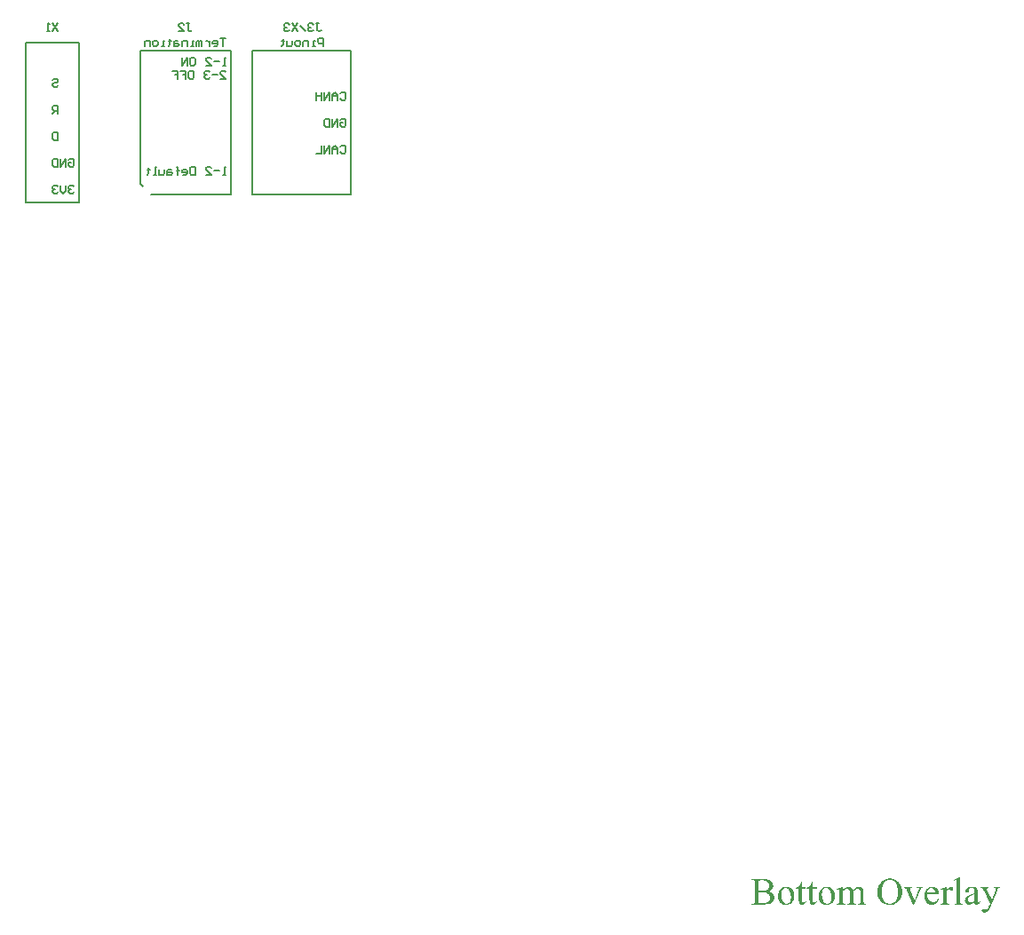
<source format=gbr>
%TF.GenerationSoftware,Altium Limited,Altium Designer,21.3.0 (21)*%
G04 Layer_Color=32896*
%FSLAX45Y45*%
%MOMM*%
%TF.SameCoordinates,798F48EE-B9F3-42F3-8741-5E889E50E555*%
%TF.FilePolarity,Positive*%
%TF.FileFunction,Legend,Bot*%
%TF.Part,Single*%
G01*
G75*
%TA.AperFunction,NonConductor*%
%ADD23C,0.20000*%
%ADD24C,0.20320*%
G36*
X31001965Y12526752D02*
X31005014Y12526413D01*
X31008401Y12525398D01*
X31012463Y12524382D01*
X31016187Y12522689D01*
X31020251Y12520319D01*
X31020587Y12519980D01*
X31021942Y12518965D01*
X31023636Y12517272D01*
X31026007Y12514902D01*
X31028714Y12511854D01*
X31031424Y12508130D01*
X31034131Y12503728D01*
X31036502Y12498311D01*
X31036841Y12497972D01*
X31037180Y12496280D01*
X31037857Y12493909D01*
X31038531Y12490185D01*
X31039209Y12485784D01*
X31039886Y12480028D01*
X31040564Y12473595D01*
Y12465807D01*
Y12395382D01*
Y12394705D01*
Y12393012D01*
Y12390303D01*
X31040903Y12386918D01*
X31041580Y12379807D01*
X31041919Y12376760D01*
X31042596Y12374051D01*
X31042935Y12373374D01*
X31044290Y12371681D01*
X31046320Y12369650D01*
X31049368Y12367280D01*
X31049707D01*
X31050385Y12366941D01*
X31051398Y12366603D01*
X31053091Y12365925D01*
X31055124Y12365587D01*
X31057831Y12364910D01*
X31061218Y12364571D01*
X31064944D01*
Y12358138D01*
X30984360D01*
Y12364571D01*
X30989438D01*
X30991470Y12364910D01*
X30993839Y12365248D01*
X30998920Y12366264D01*
X31001627Y12367280D01*
X31003998Y12368634D01*
X31004337D01*
X31004675Y12369311D01*
X31006369Y12370666D01*
X31008060Y12373713D01*
X31009076Y12375406D01*
X31009753Y12377776D01*
Y12378114D01*
X31010092Y12378453D01*
Y12379469D01*
X31010431Y12381162D01*
Y12383532D01*
X31010770Y12386579D01*
Y12390303D01*
Y12395382D01*
Y12465469D01*
Y12465807D01*
Y12466484D01*
Y12467500D01*
Y12468854D01*
X31010431Y12472240D01*
X31010092Y12476642D01*
X31009415Y12481043D01*
X31008737Y12485784D01*
X31007385Y12490185D01*
X31005692Y12493909D01*
X31005353Y12494248D01*
X31004337Y12495602D01*
X31002643Y12497634D01*
X31000275Y12499665D01*
X30997226Y12501697D01*
X30993164Y12503728D01*
X30988763Y12505083D01*
X30983344Y12505421D01*
X30981653D01*
X30979959Y12505083D01*
X30977249Y12504744D01*
X30974542Y12504067D01*
X30971155Y12503390D01*
X30967770Y12502035D01*
X30964044Y12500343D01*
X30963708Y12500004D01*
X30962354Y12499327D01*
X30960321Y12498311D01*
X30957611Y12496280D01*
X30954227Y12493909D01*
X30950500Y12490862D01*
X30945761Y12487138D01*
X30941022Y12482736D01*
X30940683Y12481043D01*
X30941360Y12473256D01*
Y12395382D01*
Y12395044D01*
Y12394705D01*
Y12392673D01*
Y12389626D01*
X30941699Y12386240D01*
Y12382516D01*
X30942038Y12379130D01*
X30942377Y12376083D01*
X30943054Y12374051D01*
X30943393Y12373374D01*
X30944745Y12371681D01*
X30946777Y12369650D01*
X30950162Y12367280D01*
X30950500D01*
X30951178Y12366941D01*
X30952533Y12366603D01*
X30954227Y12365925D01*
X30956595Y12365587D01*
X30959644Y12364910D01*
X30963367Y12364571D01*
X30967770D01*
Y12358138D01*
X30885156D01*
Y12364571D01*
X30887186D01*
X30889557Y12364910D01*
X30892267D01*
X30898361Y12365925D01*
X30901068Y12366603D01*
X30903439Y12367618D01*
X30903778D01*
X30904117Y12368296D01*
X30906149Y12369988D01*
X30908517Y12373036D01*
X30910550Y12377437D01*
Y12377776D01*
X30910889Y12378114D01*
Y12379130D01*
X30911227Y12380823D01*
Y12383193D01*
X30911566Y12386240D01*
Y12390303D01*
Y12395382D01*
Y12465469D01*
Y12465807D01*
Y12466484D01*
Y12467500D01*
Y12468854D01*
X30911227Y12472240D01*
X30910889Y12476642D01*
X30910211Y12481382D01*
X30908856Y12486122D01*
X30907501Y12490524D01*
X30905472Y12494248D01*
X30905133Y12494925D01*
X30904117Y12496280D01*
X30902423Y12497972D01*
X30899716Y12500343D01*
X30896667Y12502374D01*
X30892944Y12504406D01*
X30888541Y12505760D01*
X30883463Y12506098D01*
X30881769D01*
X30880078Y12505760D01*
X30877707Y12505421D01*
X30874661Y12504744D01*
X30871613Y12503728D01*
X30867889Y12502374D01*
X30864502Y12500681D01*
X30863824Y12500343D01*
X30862131Y12499327D01*
X30859424Y12497634D01*
X30856039Y12495602D01*
X30852313Y12492894D01*
X30848590Y12489846D01*
X30845203Y12486461D01*
X30841818Y12482736D01*
Y12395382D01*
Y12395044D01*
Y12394705D01*
Y12392673D01*
Y12389965D01*
X30842157Y12386579D01*
Y12383193D01*
X30842834Y12379469D01*
X30843170Y12376422D01*
X30843848Y12374051D01*
Y12373713D01*
X30844186Y12373374D01*
X30845541Y12371343D01*
X30847574Y12368973D01*
X30850281Y12366941D01*
X30850620D01*
X30851297Y12366603D01*
X30852313Y12366264D01*
X30854346Y12365925D01*
X30856714Y12365248D01*
X30859763Y12364910D01*
X30863486Y12364571D01*
X30868228D01*
Y12358138D01*
X30786966D01*
Y12364571D01*
X30790692D01*
X30793060Y12364910D01*
X30798141Y12365587D01*
X30800510Y12366264D01*
X30802542Y12366941D01*
X30802881D01*
X30803220Y12367280D01*
X30805249Y12368634D01*
X30807620Y12371004D01*
X30809653Y12374390D01*
Y12374729D01*
X30809991Y12375406D01*
X30810330Y12377099D01*
X30811005Y12379130D01*
X30811346Y12381839D01*
X30811682Y12385563D01*
X30812021Y12389965D01*
Y12395382D01*
Y12458020D01*
Y12458358D01*
Y12459036D01*
Y12460390D01*
Y12462421D01*
Y12464453D01*
Y12466823D01*
X30811682Y12472579D01*
Y12478335D01*
X30811346Y12484091D01*
X30811005Y12489169D01*
X30810669Y12491201D01*
X30810330Y12492894D01*
Y12493232D01*
X30809991Y12493909D01*
X30809314Y12495941D01*
X30807959Y12498650D01*
X30807281Y12499665D01*
X30806265Y12500681D01*
X30805927Y12501020D01*
X30804236Y12502035D01*
X30801865Y12502713D01*
X30798816Y12503051D01*
X30796786D01*
X30795432Y12502713D01*
X30791708Y12502035D01*
X30786627Y12500681D01*
X30784259Y12507114D01*
X30834030Y12527091D01*
X30841818D01*
Y12491878D01*
X30842157Y12492217D01*
X30842493Y12492555D01*
X30844525Y12494587D01*
X30847574Y12497634D01*
X30850958Y12501358D01*
X30854684Y12504744D01*
X30858069Y12508130D01*
X30860779Y12510839D01*
X30862131Y12511854D01*
X30862808Y12512531D01*
X30863147Y12512870D01*
X30864163Y12513547D01*
X30865857Y12514902D01*
X30867889Y12516256D01*
X30870258Y12517949D01*
X30873306Y12519980D01*
X30879739Y12523028D01*
X30880078Y12523366D01*
X30881430Y12523705D01*
X30883124Y12524382D01*
X30885495Y12525059D01*
X30888541Y12525736D01*
X30891589Y12526413D01*
X30894974Y12527091D01*
X30901068D01*
X30903778Y12526752D01*
X30907501Y12526075D01*
X30911566Y12524720D01*
X30915967Y12523366D01*
X30920367Y12520996D01*
X30924771Y12517949D01*
X30925107Y12517610D01*
X30926462Y12516256D01*
X30928494Y12514224D01*
X30930865Y12511177D01*
X30933234Y12507453D01*
X30935944Y12503051D01*
X30937973Y12497972D01*
X30939667Y12491878D01*
X30940005Y12492217D01*
X30940344Y12492894D01*
X30941360Y12493909D01*
X30942715Y12495264D01*
X30946100Y12498988D01*
X30950500Y12503728D01*
X30955582Y12508469D01*
X30960660Y12512870D01*
X30965738Y12517272D01*
X30968448Y12518965D01*
X30970816Y12520319D01*
X30971494Y12520657D01*
X30973187Y12521335D01*
X30975558Y12522350D01*
X30978943Y12523705D01*
X30983005Y12525059D01*
X30987408Y12526075D01*
X30992148Y12526752D01*
X30997226Y12527091D01*
X30999258D01*
X31001965Y12526752D01*
D02*
G37*
G36*
X31874832D02*
X31877200Y12526413D01*
X31879572Y12525736D01*
X31882617Y12524382D01*
X31885327Y12523028D01*
X31887698Y12520996D01*
X31888037Y12520657D01*
X31888712Y12519980D01*
X31889728Y12518626D01*
X31891083Y12516933D01*
X31892438Y12514902D01*
X31893454Y12512531D01*
X31894131Y12509823D01*
X31894470Y12507114D01*
Y12506776D01*
Y12506098D01*
X31894131Y12504744D01*
X31893790Y12503051D01*
X31892438Y12498988D01*
X31891422Y12497295D01*
X31889728Y12495264D01*
X31889389Y12494925D01*
X31889050Y12494587D01*
X31888037Y12493909D01*
X31886682Y12492894D01*
X31882956Y12491201D01*
X31880927Y12490862D01*
X31878555Y12490524D01*
X31877539D01*
X31876184Y12490862D01*
X31874493Y12491201D01*
X31872122Y12491878D01*
X31869751Y12493232D01*
X31867044Y12494587D01*
X31864334Y12496618D01*
X31863995Y12496957D01*
X31862979Y12497634D01*
X31861627Y12498650D01*
X31859933Y12500004D01*
X31856210Y12502035D01*
X31854517Y12502713D01*
X31852823Y12503051D01*
X31852145D01*
X31850793Y12502713D01*
X31848761Y12501358D01*
X31847406Y12500681D01*
X31846051Y12499327D01*
X31845712Y12498988D01*
X31844696Y12497972D01*
X31843005Y12495941D01*
X31840973Y12493571D01*
X31838602Y12490185D01*
X31835556Y12485784D01*
X31832507Y12480705D01*
X31829462Y12474949D01*
Y12396398D01*
Y12395721D01*
Y12394028D01*
X31829800Y12391658D01*
Y12388610D01*
X31830814Y12381839D01*
X31831830Y12378453D01*
X31832846Y12375744D01*
Y12375406D01*
X31833185Y12375067D01*
X31834879Y12373036D01*
X31837247Y12370327D01*
X31840973Y12367618D01*
X31841312D01*
X31841989Y12367280D01*
X31843344Y12366603D01*
X31845374Y12366264D01*
X31847745Y12365587D01*
X31850793Y12364910D01*
X31854178Y12364571D01*
X31858240D01*
Y12358138D01*
X31773932D01*
Y12364571D01*
X31775964D01*
X31777997Y12364910D01*
X31780704D01*
X31786801Y12366264D01*
X31789847Y12366941D01*
X31792218Y12368296D01*
X31792554D01*
X31792896Y12368973D01*
X31794925Y12370666D01*
X31796957Y12373713D01*
X31798651Y12377776D01*
Y12378114D01*
X31798987Y12378453D01*
Y12379469D01*
X31799326Y12381162D01*
Y12383532D01*
X31799667Y12386579D01*
Y12390303D01*
Y12395382D01*
Y12458697D01*
Y12459036D01*
Y12460051D01*
Y12461406D01*
Y12463099D01*
Y12465469D01*
Y12467839D01*
Y12473595D01*
X31799326Y12479350D01*
X31798987Y12485106D01*
Y12487476D01*
X31798651Y12489508D01*
Y12491201D01*
X31798312Y12492555D01*
Y12492894D01*
X31797974Y12493571D01*
X31797296Y12495602D01*
X31795941Y12498311D01*
X31793909Y12500681D01*
X31793234Y12501020D01*
X31791879Y12502035D01*
X31789508Y12502713D01*
X31786121Y12503051D01*
X31784091D01*
X31782397Y12502713D01*
X31778674Y12502035D01*
X31773596Y12500681D01*
X31771902Y12507114D01*
X31821674Y12527091D01*
X31829462D01*
Y12489846D01*
X31829800Y12490185D01*
X31830478Y12491539D01*
X31831491Y12493232D01*
X31832846Y12495602D01*
X31834879Y12498650D01*
X31836911Y12501697D01*
X31842328Y12508469D01*
X31848761Y12515240D01*
X31852145Y12518626D01*
X31855869Y12521335D01*
X31859595Y12523705D01*
X31863318Y12525398D01*
X31867383Y12526752D01*
X31871445Y12527091D01*
X31873138D01*
X31874832Y12526752D01*
D02*
G37*
G36*
X32338010Y12515917D02*
X32337671D01*
X32336996Y12515579D01*
X32335641D01*
X32334286Y12515240D01*
X32330902Y12514224D01*
X32327853Y12512870D01*
X32327176Y12512531D01*
X32325482Y12511177D01*
X32323114Y12508469D01*
X32321420Y12506776D01*
X32320065Y12504744D01*
X32319727Y12504067D01*
X32319388Y12503390D01*
X32318713Y12502035D01*
X32317697Y12500343D01*
X32316681Y12497972D01*
X32315665Y12494925D01*
X32313971Y12491201D01*
X32246933Y12327327D01*
Y12326989D01*
X32246594Y12326311D01*
X32245917Y12324957D01*
X32245239Y12323603D01*
X32244223Y12321571D01*
X32243207Y12319201D01*
X32240161Y12314122D01*
X32236435Y12308028D01*
X32232373Y12302272D01*
X32227295Y12296516D01*
X32221539Y12291437D01*
X32220862Y12290760D01*
X32218829Y12289406D01*
X32215784Y12287374D01*
X32212057Y12285343D01*
X32207318Y12282973D01*
X32202579Y12280941D01*
X32197162Y12279587D01*
X32191745Y12278910D01*
X32190051D01*
X32188019Y12279248D01*
X32185648Y12279587D01*
X32182941Y12280603D01*
X32179892Y12281619D01*
X32177185Y12283311D01*
X32174475Y12285343D01*
X32174136Y12285682D01*
X32173459Y12286359D01*
X32172443Y12287713D01*
X32171091Y12289406D01*
X32169736Y12291437D01*
X32168719Y12293808D01*
X32168042Y12296516D01*
X32167703Y12299225D01*
Y12299563D01*
Y12300579D01*
X32168042Y12301933D01*
X32168381Y12303626D01*
X32169736Y12307689D01*
X32170752Y12309382D01*
X32172443Y12311414D01*
X32172784Y12311752D01*
X32173459Y12312091D01*
X32174475Y12312768D01*
X32175830Y12313784D01*
X32177863Y12314461D01*
X32180231Y12315138D01*
X32182941Y12315477D01*
X32185989Y12315815D01*
X32187003D01*
X32188358Y12315477D01*
X32190051D01*
X32192422Y12314800D01*
X32195129Y12314122D01*
X32198178Y12313445D01*
X32201901Y12312091D01*
X32202240D01*
X32202917Y12311752D01*
X32204272Y12311414D01*
X32205624Y12310737D01*
X32208673Y12309721D01*
X32209689Y12309382D01*
X32211719D01*
X32212735Y12309721D01*
X32214090Y12310059D01*
X32216122Y12310737D01*
X32218152Y12311752D01*
X32220184Y12313107D01*
X32222556Y12315138D01*
X32222894Y12315477D01*
X32223569Y12316154D01*
X32224924Y12317847D01*
X32226617Y12319878D01*
X32228650Y12322587D01*
X32230682Y12326311D01*
X32233051Y12331052D01*
X32235422Y12336469D01*
X32246933Y12364910D01*
X32188019Y12488154D01*
Y12488492D01*
X32187680Y12489169D01*
X32187003Y12490524D01*
X32185989Y12492217D01*
X32184634Y12494248D01*
X32183279Y12496618D01*
X32179556Y12502035D01*
X32179214Y12502374D01*
X32178876Y12503051D01*
X32177863Y12504067D01*
X32176846Y12505421D01*
X32174475Y12508469D01*
X32173123Y12509823D01*
X32172107Y12510839D01*
X32171768D01*
X32171429Y12511177D01*
X32170413Y12511854D01*
X32169058Y12512531D01*
X32167026Y12513209D01*
X32164996Y12514224D01*
X32161948Y12514902D01*
X32158902Y12515917D01*
Y12522350D01*
X32235422D01*
Y12515917D01*
X32230341D01*
X32228989Y12515579D01*
X32227295D01*
X32223233Y12514224D01*
X32221201Y12513547D01*
X32219507Y12512193D01*
X32218829Y12511516D01*
X32217477Y12509823D01*
X32216122Y12507114D01*
X32215784Y12505421D01*
X32215445Y12503390D01*
Y12503051D01*
Y12502035D01*
X32215784Y12500681D01*
X32216122Y12498311D01*
X32216800Y12495602D01*
X32218152Y12492555D01*
X32219507Y12488492D01*
X32221539Y12484091D01*
X32261490Y12401138D01*
X32298398Y12491878D01*
Y12492217D01*
X32298737Y12493232D01*
X32299414Y12494587D01*
X32300089Y12496618D01*
X32301105Y12501020D01*
X32301443Y12506437D01*
Y12507114D01*
Y12508469D01*
X32300766Y12510161D01*
X32300089Y12511516D01*
X32299750Y12511854D01*
X32299075Y12512531D01*
X32297720Y12513547D01*
X32295688Y12514563D01*
X32295010Y12514902D01*
X32294333D01*
X32293317Y12515240D01*
X32291626Y12515579D01*
X32289932D01*
X32287561Y12515917D01*
X32284854D01*
Y12522350D01*
X32338010D01*
Y12515917D01*
D02*
G37*
G36*
X31603625D02*
X31603287D01*
X31601935Y12515579D01*
X31600580D01*
X31598547Y12514902D01*
X31594147Y12513886D01*
X31592114Y12512870D01*
X31590421Y12511854D01*
X31590082Y12511516D01*
X31589407Y12510839D01*
X31588391Y12509484D01*
X31586697Y12507453D01*
X31585004Y12505083D01*
X31583313Y12502035D01*
X31581281Y12497972D01*
X31579248Y12493571D01*
X31521689Y12353059D01*
X31513901D01*
X31455667Y12491539D01*
X31455328Y12491878D01*
X31454990Y12493232D01*
X31454312Y12494925D01*
X31453296Y12496957D01*
X31450589Y12501697D01*
X31449234Y12503728D01*
X31447879Y12505421D01*
Y12505760D01*
X31447202Y12506098D01*
X31445508Y12508130D01*
X31442801Y12510161D01*
X31439075Y12512531D01*
X31438400Y12512870D01*
X31437720Y12513209D01*
X31436368Y12513547D01*
X31434674Y12514224D01*
X31432642Y12514563D01*
X31429935Y12515240D01*
X31426886Y12515917D01*
Y12522350D01*
X31503745D01*
Y12515917D01*
X31497989D01*
X31496634Y12515579D01*
X31494943D01*
X31491556Y12514224D01*
X31489862Y12513547D01*
X31488171Y12512193D01*
X31487494Y12511516D01*
X31486478Y12509823D01*
X31485461Y12506776D01*
X31484784Y12503051D01*
Y12502713D01*
Y12502035D01*
X31485123Y12500681D01*
Y12498988D01*
X31485800Y12496957D01*
X31486478Y12494248D01*
X31487155Y12491539D01*
X31488510Y12488492D01*
X31526431Y12397752D01*
X31564691Y12491878D01*
X31565027Y12492217D01*
X31565366Y12493571D01*
X31566043Y12495264D01*
X31566721Y12497634D01*
X31568076Y12502374D01*
X31568753Y12505083D01*
Y12507114D01*
Y12507453D01*
X31568414Y12508469D01*
X31568076Y12509823D01*
X31567059Y12511177D01*
X31566721Y12511516D01*
X31565704Y12512531D01*
X31564352Y12513886D01*
X31562320Y12514902D01*
X31561642Y12515240D01*
X31560965D01*
X31559610Y12515579D01*
X31557919D01*
X31555887Y12515917D01*
X31549792D01*
Y12522350D01*
X31603625D01*
Y12515917D01*
D02*
G37*
G36*
X31960153Y12395382D02*
Y12394705D01*
Y12393012D01*
Y12390303D01*
X31960492Y12386918D01*
Y12383532D01*
X31961169Y12380146D01*
X31961508Y12377099D01*
X31962186Y12374729D01*
Y12374390D01*
X31962524Y12374051D01*
X31963879Y12372020D01*
X31965909Y12369311D01*
X31968958Y12366941D01*
X31969296D01*
X31969971Y12366603D01*
X31970987Y12366264D01*
X31973019Y12365925D01*
X31975391Y12365248D01*
X31978436Y12364910D01*
X31982162Y12364571D01*
X31986563D01*
Y12358138D01*
X31905981D01*
Y12364571D01*
X31909705D01*
X31912076Y12364910D01*
X31917154Y12365587D01*
X31919525Y12365925D01*
X31921216Y12366603D01*
X31921555D01*
X31921893Y12366941D01*
X31923587Y12368634D01*
X31925958Y12371004D01*
X31927988Y12374390D01*
Y12374729D01*
X31928326Y12375406D01*
X31928665Y12377099D01*
X31929343Y12379130D01*
X31929681Y12381839D01*
X31930020Y12385563D01*
X31930359Y12389965D01*
Y12395382D01*
Y12544697D01*
Y12545035D01*
Y12546051D01*
Y12547405D01*
Y12549098D01*
Y12551130D01*
Y12553838D01*
Y12559256D01*
X31930020Y12565012D01*
X31929681Y12570429D01*
Y12572799D01*
X31929343Y12575169D01*
Y12576862D01*
X31929004Y12578216D01*
Y12578555D01*
X31928665Y12579232D01*
X31928326Y12580248D01*
X31927988Y12581602D01*
X31926633Y12584649D01*
X31925958Y12586004D01*
X31924942Y12587020D01*
X31924603Y12587358D01*
X31922910Y12588374D01*
X31920877Y12589051D01*
X31917831Y12589390D01*
X31916138D01*
X31914783Y12589051D01*
X31913092Y12588712D01*
X31911060Y12588374D01*
X31905981Y12586681D01*
X31903271Y12593114D01*
X31952029Y12613090D01*
X31960153D01*
Y12395382D01*
D02*
G37*
G36*
X30086780Y12600901D02*
X30093552Y12600563D01*
X30101001Y12600224D01*
X30109125Y12599547D01*
X30116913Y12598193D01*
X30124023Y12596838D01*
X30124362D01*
X30125378Y12596500D01*
X30126733Y12596161D01*
X30128424Y12595484D01*
X30130795Y12594807D01*
X30133167Y12593791D01*
X30139261Y12591421D01*
X30145694Y12588374D01*
X30152463Y12584311D01*
X30159235Y12579571D01*
X30164993Y12573815D01*
X30165329Y12573476D01*
X30165668Y12573138D01*
X30166345Y12572122D01*
X30167361Y12571106D01*
X30169394Y12567720D01*
X30172101Y12562980D01*
X30174811Y12557563D01*
X30176843Y12551130D01*
X30178534Y12544020D01*
X30179211Y12536232D01*
Y12535894D01*
Y12535555D01*
Y12534539D01*
Y12533185D01*
X30178534Y12529799D01*
X30177859Y12525398D01*
X30176505Y12520319D01*
X30174472Y12514563D01*
X30171762Y12509146D01*
X30168039Y12503390D01*
X30167361Y12502713D01*
X30166006Y12501020D01*
X30163300Y12498650D01*
X30159912Y12495264D01*
X30155173Y12491878D01*
X30149417Y12488492D01*
X30142984Y12485106D01*
X30135196Y12482059D01*
X30135535D01*
X30136212Y12481721D01*
X30137567Y12481382D01*
X30139261Y12481043D01*
X30141290Y12480366D01*
X30143661Y12479689D01*
X30149417Y12477996D01*
X30155511Y12475626D01*
X30161606Y12472917D01*
X30167700Y12469193D01*
X30172778Y12465130D01*
X30173117Y12464791D01*
X30173456Y12464453D01*
X30174472Y12463437D01*
X30175488Y12462083D01*
X30178195Y12458697D01*
X30181583Y12453957D01*
X30184967Y12447862D01*
X30187677Y12441091D01*
X30189709Y12433303D01*
X30190048Y12428902D01*
X30190384Y12424500D01*
Y12424162D01*
Y12423823D01*
Y12422807D01*
Y12421453D01*
X30189709Y12418067D01*
X30189032Y12413327D01*
X30187677Y12408248D01*
X30185645Y12402492D01*
X30182599Y12396059D01*
X30178873Y12389965D01*
Y12389626D01*
X30178195Y12389288D01*
X30176843Y12387256D01*
X30174133Y12384209D01*
X30170749Y12380823D01*
X30166006Y12376760D01*
X30160590Y12372697D01*
X30154495Y12368973D01*
X30147385Y12365587D01*
X30147046D01*
X30146371Y12365248D01*
X30145355Y12364910D01*
X30143661Y12364571D01*
X30141629Y12363894D01*
X30138922Y12363217D01*
X30135873Y12362540D01*
X30132150Y12361862D01*
X30128085Y12361185D01*
X30123685Y12360508D01*
X30118607Y12359831D01*
X30113190Y12359154D01*
X30107434Y12358815D01*
X30101001Y12358477D01*
X30093890Y12358138D01*
X29972000D01*
Y12364910D01*
X29983173D01*
X29985883Y12365587D01*
X29989267Y12366264D01*
X29992654Y12367280D01*
X29996378Y12368973D01*
X29999765Y12371343D01*
X30002472Y12374390D01*
X30002811Y12374729D01*
X30003149Y12375744D01*
X30003827Y12377437D01*
X30004843Y12380146D01*
X30005521Y12383532D01*
X30006198Y12388272D01*
X30006534Y12394028D01*
X30006873Y12397414D01*
Y12401138D01*
Y12558240D01*
Y12558579D01*
Y12559256D01*
Y12560272D01*
Y12561964D01*
X30006534Y12565689D01*
X30006198Y12570090D01*
X30005521Y12574831D01*
X30004504Y12579571D01*
X30003149Y12583634D01*
X30002472Y12584988D01*
X30001456Y12586342D01*
X30001117Y12586681D01*
X30000101Y12587697D01*
X29998749Y12589051D01*
X29996378Y12590405D01*
X29993332Y12591760D01*
X29989944Y12593114D01*
X29985544Y12594130D01*
X29980804Y12594468D01*
X29972000D01*
Y12601240D01*
X30084070D01*
X30086780Y12600901D01*
D02*
G37*
G36*
X30555038Y12522350D02*
X30593298D01*
Y12510161D01*
X30555038Y12509823D01*
Y12403170D01*
Y12402831D01*
Y12402492D01*
Y12400461D01*
X30555377Y12397752D01*
X30555716Y12394366D01*
X30556055Y12390642D01*
X30557071Y12387256D01*
X30558084Y12383870D01*
X30559439Y12381500D01*
X30559778Y12381162D01*
X30560117Y12380823D01*
X30561133Y12379807D01*
X30562488Y12378792D01*
X30566211Y12377099D01*
X30568582Y12376422D01*
X30570953Y12376083D01*
X30571967D01*
X30573322Y12376422D01*
X30574677D01*
X30578400Y12377437D01*
X30582462Y12379469D01*
X30582803Y12379807D01*
X30583478Y12380146D01*
X30584494Y12381162D01*
X30585849Y12382177D01*
X30587204Y12383870D01*
X30588559Y12385902D01*
X30589911Y12387933D01*
X30591266Y12390642D01*
X30598376D01*
Y12390303D01*
X30598038Y12389965D01*
X30597360Y12387933D01*
X30595667Y12384547D01*
X30593637Y12380823D01*
X30591266Y12376422D01*
X30588220Y12372020D01*
X30584494Y12367957D01*
X30580432Y12364233D01*
X30580093Y12363894D01*
X30578400Y12362878D01*
X30576031Y12361524D01*
X30573322Y12359831D01*
X30569598Y12358138D01*
X30565533Y12356784D01*
X30561133Y12355768D01*
X30556732Y12355429D01*
X30555377D01*
X30553683Y12355768D01*
X30551651Y12356107D01*
X30549283Y12356445D01*
X30546573Y12357461D01*
X30543527Y12358477D01*
X30540479Y12359831D01*
X30540140Y12360170D01*
X30539124Y12360847D01*
X30537772Y12361862D01*
X30536078Y12363217D01*
X30534384Y12365248D01*
X30532352Y12367280D01*
X30530661Y12369988D01*
X30528967Y12373036D01*
Y12373374D01*
X30528290Y12374729D01*
X30527951Y12376760D01*
X30527274Y12379469D01*
X30526596Y12383193D01*
X30525919Y12387595D01*
X30525583Y12393012D01*
X30525244Y12399445D01*
Y12510161D01*
X30499173D01*
Y12515579D01*
X30499512Y12515917D01*
X30500864Y12516256D01*
X30502896Y12517272D01*
X30505267Y12518626D01*
X30508313Y12520657D01*
X30511700Y12523028D01*
X30515424Y12525736D01*
X30519150Y12528783D01*
X30519489Y12529122D01*
X30520840Y12530476D01*
X30522873Y12532508D01*
X30525583Y12535216D01*
X30528290Y12538264D01*
X30531339Y12542327D01*
X30534723Y12546390D01*
X30537772Y12551130D01*
X30538110Y12551468D01*
X30538449Y12552484D01*
X30539462Y12554177D01*
X30540817Y12556886D01*
X30542511Y12560272D01*
X30544543Y12564673D01*
X30546912Y12569752D01*
X30549622Y12576185D01*
X30555038D01*
Y12522350D01*
D02*
G37*
G36*
X30453125D02*
X30491385D01*
Y12510161D01*
X30453125Y12509823D01*
Y12403170D01*
Y12402831D01*
Y12402492D01*
Y12400461D01*
X30453464Y12397752D01*
X30453802Y12394366D01*
X30454141Y12390642D01*
X30455157Y12387256D01*
X30456171Y12383870D01*
X30457526Y12381500D01*
X30457864Y12381162D01*
X30458203Y12380823D01*
X30459219Y12379807D01*
X30460574Y12378792D01*
X30464297Y12377099D01*
X30466669Y12376422D01*
X30469037Y12376083D01*
X30470053D01*
X30471408Y12376422D01*
X30472763D01*
X30476486Y12377437D01*
X30480551Y12379469D01*
X30480890Y12379807D01*
X30481567Y12380146D01*
X30482581Y12381162D01*
X30483936Y12382177D01*
X30485291Y12383870D01*
X30486646Y12385902D01*
X30488000Y12387933D01*
X30489352Y12390642D01*
X30496463D01*
Y12390303D01*
X30496124Y12389965D01*
X30495447Y12387933D01*
X30493756Y12384547D01*
X30491724Y12380823D01*
X30489352Y12376422D01*
X30486307Y12372020D01*
X30482581Y12367957D01*
X30478519Y12364233D01*
X30478180Y12363894D01*
X30476486Y12362878D01*
X30474118Y12361524D01*
X30471408Y12359831D01*
X30467685Y12358138D01*
X30463620Y12356784D01*
X30459219Y12355768D01*
X30454819Y12355429D01*
X30453464D01*
X30451770Y12355768D01*
X30449738Y12356107D01*
X30447369Y12356445D01*
X30444659Y12357461D01*
X30441614Y12358477D01*
X30438565Y12359831D01*
X30438226Y12360170D01*
X30437213Y12360847D01*
X30435858Y12361862D01*
X30434164Y12363217D01*
X30432471Y12365248D01*
X30430441Y12367280D01*
X30428748Y12369988D01*
X30427054Y12373036D01*
Y12373374D01*
X30426376Y12374729D01*
X30426038Y12376760D01*
X30425360Y12379469D01*
X30424683Y12383193D01*
X30424008Y12387595D01*
X30423669Y12393012D01*
X30423331Y12399445D01*
Y12510161D01*
X30397260D01*
Y12515579D01*
X30397598Y12515917D01*
X30398953Y12516256D01*
X30400983Y12517272D01*
X30403354Y12518626D01*
X30406400Y12520657D01*
X30409787Y12523028D01*
X30413510Y12525736D01*
X30417236Y12528783D01*
X30417575Y12529122D01*
X30418927Y12530476D01*
X30420959Y12532508D01*
X30423669Y12535216D01*
X30426376Y12538264D01*
X30429425Y12542327D01*
X30432809Y12546390D01*
X30435858Y12551130D01*
X30436197Y12551468D01*
X30436536Y12552484D01*
X30437549Y12554177D01*
X30438904Y12556886D01*
X30440598Y12560272D01*
X30442630Y12564673D01*
X30444998Y12569752D01*
X30447708Y12576185D01*
X30453125D01*
Y12522350D01*
D02*
G37*
G36*
X32078320Y12526752D02*
X32080688D01*
X32085767Y12526075D01*
X32091187Y12525398D01*
X32097278Y12524043D01*
X32103375Y12522012D01*
X32108792Y12519642D01*
X32109131Y12519303D01*
X32110483Y12518626D01*
X32112515Y12517272D01*
X32114548Y12515240D01*
X32117255Y12512870D01*
X32119965Y12509823D01*
X32122333Y12506437D01*
X32124365Y12502374D01*
Y12502035D01*
X32125043Y12500681D01*
X32125381Y12498650D01*
X32126059Y12495602D01*
X32126736Y12491201D01*
X32127075Y12485784D01*
X32127414Y12482736D01*
X32127753Y12479012D01*
Y12475287D01*
Y12470886D01*
Y12415020D01*
Y12414681D01*
Y12414004D01*
Y12412988D01*
Y12411295D01*
Y12407232D01*
Y12402831D01*
X32128091Y12397752D01*
Y12393012D01*
Y12388949D01*
X32128430Y12387595D01*
Y12386240D01*
Y12385902D01*
X32128766Y12385563D01*
X32129105Y12383532D01*
X32130121Y12381162D01*
X32131476Y12379469D01*
X32131815Y12379130D01*
X32132831Y12378792D01*
X32134186Y12378114D01*
X32136215Y12377776D01*
X32137909D01*
X32139603Y12378114D01*
X32141296Y12378792D01*
X32141632D01*
X32141971Y12379469D01*
X32142987Y12380146D01*
X32144681Y12381500D01*
X32146375Y12383193D01*
X32149081Y12385225D01*
X32152130Y12388272D01*
X32155853Y12391996D01*
Y12381839D01*
X32155515Y12381500D01*
X32154837Y12380823D01*
X32153821Y12379469D01*
X32152469Y12377776D01*
X32150436Y12375744D01*
X32148404Y12373374D01*
X32143326Y12368634D01*
X32137570Y12363555D01*
X32131137Y12359154D01*
X32127753Y12357461D01*
X32124365Y12356107D01*
X32120981Y12355429D01*
X32117593Y12355091D01*
X32116241D01*
X32114548Y12355429D01*
X32112515Y12355768D01*
X32110144Y12356445D01*
X32107776Y12357461D01*
X32105405Y12358815D01*
X32103375Y12360847D01*
X32103036Y12361185D01*
X32102698Y12362201D01*
X32101682Y12363555D01*
X32101004Y12365587D01*
X32099988Y12368634D01*
X32098972Y12372020D01*
X32098633Y12376422D01*
X32098294Y12381500D01*
X32097955Y12381162D01*
X32097278Y12380823D01*
X32095926Y12379807D01*
X32094232Y12378453D01*
X32089828Y12375406D01*
X32084753Y12371343D01*
X32079333Y12367618D01*
X32074255Y12363894D01*
X32069855Y12360847D01*
X32067822Y12359831D01*
X32066467Y12359154D01*
X32066129Y12358815D01*
X32064774Y12358477D01*
X32062744Y12357800D01*
X32060373Y12357122D01*
X32056989Y12356107D01*
X32053601Y12355429D01*
X32049878Y12355091D01*
X32045816Y12354752D01*
X32045139D01*
X32043106Y12355091D01*
X32039719Y12355429D01*
X32035995Y12356107D01*
X32031595Y12357461D01*
X32026855Y12359492D01*
X32022113Y12362540D01*
X32017712Y12366264D01*
X32017374Y12366941D01*
X32016019Y12368296D01*
X32014328Y12371004D01*
X32012296Y12374390D01*
X32010263Y12378792D01*
X32008572Y12383870D01*
X32007217Y12389965D01*
X32006879Y12396736D01*
Y12397414D01*
Y12398768D01*
X32007217Y12401138D01*
X32007556Y12403847D01*
X32008231Y12407232D01*
X32008908Y12410618D01*
X32010263Y12414343D01*
X32011957Y12417729D01*
X32012296Y12418406D01*
X32013312Y12419760D01*
X32015341Y12422130D01*
X32018051Y12425177D01*
X32021436Y12428563D01*
X32025839Y12432288D01*
X32031256Y12436351D01*
X32037689Y12440414D01*
X32038028D01*
X32038705Y12440752D01*
X32039719Y12441429D01*
X32041074Y12442445D01*
X32043106Y12443461D01*
X32045816Y12444815D01*
X32048523Y12446169D01*
X32052249Y12447862D01*
X32055972Y12449555D01*
X32060373Y12451587D01*
X32065454Y12453957D01*
X32070871Y12455988D01*
X32076965Y12458697D01*
X32083398Y12461067D01*
X32090509Y12464114D01*
X32098294Y12466823D01*
Y12473256D01*
Y12473595D01*
Y12474272D01*
Y12475626D01*
Y12477319D01*
X32097955Y12479350D01*
Y12481382D01*
X32097278Y12486461D01*
X32096262Y12492217D01*
X32094910Y12497634D01*
X32093216Y12502713D01*
X32091861Y12504744D01*
X32090509Y12506776D01*
X32090170Y12507114D01*
X32089154Y12508130D01*
X32087122Y12509823D01*
X32084753Y12511516D01*
X32081705Y12513209D01*
X32077640Y12514902D01*
X32073239Y12515917D01*
X32067822Y12516256D01*
X32066129D01*
X32064099Y12515917D01*
X32061389Y12515579D01*
X32058682Y12514563D01*
X32055634Y12513547D01*
X32052585Y12511854D01*
X32049878Y12509823D01*
X32049539Y12509484D01*
X32048862Y12508807D01*
X32047845Y12507453D01*
X32046490Y12505760D01*
X32045139Y12503728D01*
X32044122Y12501358D01*
X32043445Y12498650D01*
X32043106Y12495941D01*
X32043784Y12485445D01*
Y12485106D01*
Y12484091D01*
X32043445Y12482736D01*
X32043106Y12480705D01*
X32042090Y12476642D01*
X32040735Y12474610D01*
X32039383Y12472917D01*
X32039044Y12472579D01*
X32038705Y12472240D01*
X32037689Y12471563D01*
X32036334Y12470886D01*
X32032950Y12469193D01*
X32030579Y12468854D01*
X32028207Y12468516D01*
X32027194D01*
X32025839Y12468854D01*
X32024484Y12469193D01*
X32021097Y12470547D01*
X32019067Y12471563D01*
X32017374Y12472917D01*
Y12473256D01*
X32016696Y12473933D01*
X32016019Y12474949D01*
X32015341Y12476303D01*
X32014664Y12477996D01*
X32013989Y12480366D01*
X32013651Y12483075D01*
X32013312Y12485784D01*
Y12486122D01*
Y12486461D01*
X32013651Y12488492D01*
X32013989Y12491201D01*
X32015341Y12494925D01*
X32017035Y12499327D01*
X32019745Y12504067D01*
X32023807Y12509146D01*
X32026178Y12511516D01*
X32028885Y12513886D01*
X32029224D01*
X32029562Y12514563D01*
X32030579Y12515240D01*
X32031934Y12515917D01*
X32033286Y12516933D01*
X32035318Y12517949D01*
X32037689Y12519303D01*
X32040396Y12520657D01*
X32046490Y12523028D01*
X32053940Y12525059D01*
X32062744Y12526413D01*
X32072900Y12527091D01*
X32076627D01*
X32078320Y12526752D01*
D02*
G37*
G36*
X31700800D02*
X31703171Y12526413D01*
X31705878Y12526075D01*
X31712311Y12524720D01*
X31719421Y12522689D01*
X31726871Y12519303D01*
X31730594Y12517272D01*
X31734320Y12514902D01*
X31738043Y12512193D01*
X31741431Y12508807D01*
X31741769Y12508469D01*
X31742108Y12508130D01*
X31743121Y12506776D01*
X31744138Y12505421D01*
X31745493Y12503728D01*
X31747186Y12501358D01*
X31748877Y12498988D01*
X31750571Y12495941D01*
X31751926Y12492555D01*
X31753619Y12488831D01*
X31755310Y12484768D01*
X31756665Y12480705D01*
X31758698Y12470886D01*
X31759036Y12465469D01*
X31759375Y12460051D01*
X31645950D01*
Y12459713D01*
Y12458358D01*
Y12456665D01*
X31646289Y12453957D01*
Y12450910D01*
X31646964Y12447524D01*
X31647305Y12443461D01*
X31647980Y12439059D01*
X31650012Y12429917D01*
X31653397Y12420437D01*
X31655429Y12415697D01*
X31657800Y12411295D01*
X31660507Y12406894D01*
X31663556Y12402831D01*
X31663895Y12402492D01*
X31664233Y12401815D01*
X31665250Y12400799D01*
X31666602Y12399784D01*
X31668295Y12398091D01*
X31670667Y12396398D01*
X31675406Y12392673D01*
X31681839Y12388610D01*
X31688950Y12385563D01*
X31692673Y12384209D01*
X31696738Y12383193D01*
X31701138Y12382516D01*
X31705539Y12382177D01*
X31708249D01*
X31711295Y12382516D01*
X31715021Y12383193D01*
X31719421Y12384209D01*
X31724161Y12385902D01*
X31728903Y12387933D01*
X31733643Y12390642D01*
X31734320Y12390981D01*
X31735675Y12392335D01*
X31738043Y12394705D01*
X31740753Y12397752D01*
X31744138Y12402154D01*
X31747525Y12407232D01*
X31750909Y12413666D01*
X31753958Y12421453D01*
X31759375Y12417729D01*
Y12417390D01*
X31759036Y12416713D01*
Y12415358D01*
X31758359Y12413666D01*
X31758020Y12411295D01*
X31757004Y12408925D01*
X31754974Y12402831D01*
X31752264Y12396059D01*
X31748541Y12388610D01*
X31743460Y12380823D01*
X31737366Y12373036D01*
X31737027Y12372697D01*
X31736688Y12372020D01*
X31735675Y12371343D01*
X31733981Y12369988D01*
X31732288Y12368296D01*
X31730255Y12366603D01*
X31727887Y12364910D01*
X31724838Y12363217D01*
X31718405Y12359492D01*
X31710620Y12356107D01*
X31706216Y12354752D01*
X31701816Y12354075D01*
X31697076Y12353398D01*
X31691998Y12353059D01*
X31689288D01*
X31686917Y12353398D01*
X31684549Y12353737D01*
X31681500Y12354414D01*
X31678116Y12355091D01*
X31674728Y12355768D01*
X31666602Y12358477D01*
X31662540Y12360508D01*
X31658139Y12362540D01*
X31654074Y12365248D01*
X31649673Y12368296D01*
X31645612Y12371681D01*
X31641547Y12375744D01*
X31641208Y12376083D01*
X31640533Y12376760D01*
X31639517Y12378114D01*
X31638162Y12379807D01*
X31636807Y12382177D01*
X31634775Y12385225D01*
X31633084Y12388272D01*
X31631052Y12391996D01*
X31629019Y12396398D01*
X31627328Y12401138D01*
X31625296Y12406217D01*
X31623941Y12411634D01*
X31622586Y12417390D01*
X31621573Y12423823D01*
X31620895Y12430595D01*
X31620557Y12437705D01*
Y12438043D01*
Y12439398D01*
Y12441768D01*
X31620895Y12444815D01*
X31621234Y12448201D01*
X31621573Y12452264D01*
X31622250Y12456665D01*
X31623264Y12461744D01*
X31625635Y12472240D01*
X31627667Y12477658D01*
X31629697Y12483075D01*
X31632068Y12488492D01*
X31634775Y12493909D01*
X31638162Y12498650D01*
X31641885Y12503390D01*
X31642224Y12503728D01*
X31642902Y12504406D01*
X31644257Y12505421D01*
X31645950Y12507114D01*
X31647980Y12508807D01*
X31650351Y12510839D01*
X31653397Y12513209D01*
X31656784Y12515240D01*
X31660507Y12517610D01*
X31664572Y12519642D01*
X31668973Y12521673D01*
X31674051Y12523366D01*
X31679129Y12525059D01*
X31684549Y12526075D01*
X31689966Y12526752D01*
X31696060Y12527091D01*
X31698767D01*
X31700800Y12526752D01*
D02*
G37*
G36*
X30693179D02*
X30695551D01*
X30698935Y12526075D01*
X30702322Y12525736D01*
X30706384Y12524720D01*
X30710785Y12523705D01*
X30715527Y12522012D01*
X30720605Y12520319D01*
X30725345Y12517949D01*
X30730423Y12515240D01*
X30735501Y12511854D01*
X30740244Y12508130D01*
X30744983Y12503728D01*
X30749384Y12498650D01*
X30749722Y12498311D01*
X30750061Y12497634D01*
X30751077Y12496280D01*
X30752432Y12494248D01*
X30753787Y12492217D01*
X30755478Y12489169D01*
X30757172Y12486122D01*
X30759204Y12482736D01*
X30760895Y12478673D01*
X30762589Y12474272D01*
X30765637Y12464791D01*
X30766992Y12459713D01*
X30768005Y12454295D01*
X30768344Y12448878D01*
X30768683Y12443122D01*
Y12442784D01*
Y12442106D01*
Y12441091D01*
Y12439398D01*
X30768344Y12437366D01*
X30768005Y12434996D01*
X30767328Y12429240D01*
X30765976Y12422469D01*
X30764282Y12415020D01*
X30761572Y12406894D01*
X30757849Y12398429D01*
Y12398091D01*
X30757510Y12397414D01*
X30756833Y12396398D01*
X30755817Y12394705D01*
X30753448Y12390642D01*
X30750400Y12385563D01*
X30745999Y12380146D01*
X30741257Y12374390D01*
X30735501Y12368973D01*
X30728732Y12364233D01*
X30728391D01*
X30728055Y12363894D01*
X30727039Y12363217D01*
X30725345Y12362540D01*
X30723651Y12361524D01*
X30721622Y12360847D01*
X30716541Y12358815D01*
X30710446Y12356445D01*
X30703336Y12354752D01*
X30695889Y12353398D01*
X30687424Y12353059D01*
X30685730D01*
X30684039Y12353398D01*
X30681329D01*
X30678281Y12354075D01*
X30674557Y12354752D01*
X30670496Y12355429D01*
X30666092Y12356784D01*
X30661691Y12358477D01*
X30656952Y12360170D01*
X30651874Y12362540D01*
X30647134Y12365587D01*
X30642053Y12368973D01*
X30637314Y12372697D01*
X30632913Y12377437D01*
X30628510Y12382516D01*
X30628171Y12382855D01*
X30627832Y12383532D01*
X30626819Y12384886D01*
X30625803Y12386918D01*
X30624448Y12389288D01*
X30622754Y12391996D01*
X30621063Y12395044D01*
X30619370Y12398768D01*
X30617676Y12402831D01*
X30615982Y12406894D01*
X30612936Y12416374D01*
X30610904Y12427209D01*
X30610565Y12432626D01*
X30610226Y12438382D01*
Y12438721D01*
Y12439398D01*
Y12440752D01*
X30610565Y12442445D01*
Y12444477D01*
X30610904Y12446847D01*
X30611581Y12452602D01*
X30612936Y12459374D01*
X30614966Y12466823D01*
X30617676Y12474949D01*
X30621399Y12483413D01*
Y12483752D01*
X30622076Y12484429D01*
X30622415Y12485445D01*
X30623431Y12487138D01*
X30625803Y12491201D01*
X30629187Y12495941D01*
X30633588Y12501358D01*
X30638669Y12506776D01*
X30644424Y12511854D01*
X30650858Y12516256D01*
X30651196D01*
X30651535Y12516594D01*
X30652551Y12517272D01*
X30653903Y12517949D01*
X30657629Y12519642D01*
X30662708Y12521673D01*
X30668463Y12523705D01*
X30674896Y12525398D01*
X30682007Y12526752D01*
X30689456Y12527091D01*
X30691147D01*
X30693179Y12526752D01*
D02*
G37*
G36*
X30305841D02*
X30308212D01*
X30311597Y12526075D01*
X30314984Y12525736D01*
X30319046Y12524720D01*
X30323447Y12523705D01*
X30328189Y12522012D01*
X30333267Y12520319D01*
X30338007Y12517949D01*
X30343085Y12515240D01*
X30348166Y12511854D01*
X30352905Y12508130D01*
X30357645Y12503728D01*
X30362045Y12498650D01*
X30362384Y12498311D01*
X30362723Y12497634D01*
X30363739Y12496280D01*
X30365094Y12494248D01*
X30366449Y12492217D01*
X30368140Y12489169D01*
X30369833Y12486122D01*
X30371866Y12482736D01*
X30373557Y12478673D01*
X30375250Y12474272D01*
X30378299Y12464791D01*
X30379654Y12459713D01*
X30380667Y12454295D01*
X30381006Y12448878D01*
X30381345Y12443122D01*
Y12442784D01*
Y12442106D01*
Y12441091D01*
Y12439398D01*
X30381006Y12437366D01*
X30380667Y12434996D01*
X30379990Y12429240D01*
X30378638Y12422469D01*
X30376944Y12415020D01*
X30374234Y12406894D01*
X30370511Y12398429D01*
Y12398091D01*
X30370172Y12397414D01*
X30369495Y12396398D01*
X30368481Y12394705D01*
X30366110Y12390642D01*
X30363062Y12385563D01*
X30358661Y12380146D01*
X30353922Y12374390D01*
X30348166Y12368973D01*
X30341394Y12364233D01*
X30341055D01*
X30340717Y12363894D01*
X30339700Y12363217D01*
X30338007Y12362540D01*
X30336313Y12361524D01*
X30334283Y12360847D01*
X30329205Y12358815D01*
X30323111Y12356445D01*
X30316000Y12354752D01*
X30308551Y12353398D01*
X30300085Y12353059D01*
X30298392D01*
X30296701Y12353398D01*
X30293991D01*
X30290945Y12354075D01*
X30287219Y12354752D01*
X30283157Y12355429D01*
X30278754Y12356784D01*
X30274353Y12358477D01*
X30269614Y12360170D01*
X30264536Y12362540D01*
X30259796Y12365587D01*
X30254715Y12368973D01*
X30249976Y12372697D01*
X30245575Y12377437D01*
X30241174Y12382516D01*
X30240833Y12382855D01*
X30240497Y12383532D01*
X30239481Y12384886D01*
X30238464Y12386918D01*
X30237109Y12389288D01*
X30235416Y12391996D01*
X30233725Y12395044D01*
X30232031Y12398768D01*
X30230338Y12402831D01*
X30228644Y12406894D01*
X30225598Y12416374D01*
X30223566Y12427209D01*
X30223227Y12432626D01*
X30222888Y12438382D01*
Y12438721D01*
Y12439398D01*
Y12440752D01*
X30223227Y12442445D01*
Y12444477D01*
X30223566Y12446847D01*
X30224243Y12452602D01*
X30225598Y12459374D01*
X30227628Y12466823D01*
X30230338Y12474949D01*
X30234061Y12483413D01*
Y12483752D01*
X30234741Y12484429D01*
X30235077Y12485445D01*
X30236093Y12487138D01*
X30238464Y12491201D01*
X30241849Y12495941D01*
X30246252Y12501358D01*
X30251331Y12506776D01*
X30257086Y12511854D01*
X30263519Y12516256D01*
X30263858D01*
X30264197Y12516594D01*
X30265213Y12517272D01*
X30266565Y12517949D01*
X30270291Y12519642D01*
X30275369Y12521673D01*
X30281125Y12523705D01*
X30287558Y12525398D01*
X30294669Y12526752D01*
X30302118Y12527091D01*
X30303809D01*
X30305841Y12526752D01*
D02*
G37*
G36*
X31297211Y12606319D02*
X31300595Y12605980D01*
X31304660Y12605642D01*
X31309399Y12604626D01*
X31314816Y12603610D01*
X31320572Y12602256D01*
X31326666Y12600224D01*
X31333438Y12597854D01*
X31340210Y12594807D01*
X31346982Y12591421D01*
X31354092Y12587358D01*
X31360864Y12582279D01*
X31367975Y12576862D01*
X31374408Y12570429D01*
X31374744Y12570090D01*
X31375760Y12568736D01*
X31377792Y12566705D01*
X31379825Y12563996D01*
X31382532Y12560610D01*
X31385580Y12556209D01*
X31388626Y12551468D01*
X31392014Y12545713D01*
X31395059Y12539618D01*
X31398108Y12532846D01*
X31401154Y12525398D01*
X31403864Y12517610D01*
X31406232Y12509146D01*
X31407925Y12500343D01*
X31408942Y12490862D01*
X31409280Y12481043D01*
Y12480366D01*
Y12478673D01*
X31408942Y12475626D01*
X31408603Y12471902D01*
X31408264Y12467162D01*
X31407587Y12461406D01*
X31406232Y12455311D01*
X31404880Y12448878D01*
X31403186Y12441768D01*
X31400815Y12434319D01*
X31397769Y12426532D01*
X31394382Y12418744D01*
X31390320Y12410957D01*
X31385580Y12403508D01*
X31380164Y12396059D01*
X31374069Y12388949D01*
X31373730Y12388610D01*
X31372375Y12387256D01*
X31370682Y12385563D01*
X31367975Y12383193D01*
X31364587Y12380485D01*
X31360526Y12377437D01*
X31355786Y12374390D01*
X31350366Y12371004D01*
X31344611Y12367618D01*
X31338177Y12364233D01*
X31331067Y12361185D01*
X31323618Y12358477D01*
X31315833Y12356107D01*
X31307367Y12354414D01*
X31298563Y12353059D01*
X31289423Y12352721D01*
X31287051D01*
X31284683Y12353059D01*
X31280957Y12353398D01*
X31276895Y12353737D01*
X31271817Y12354752D01*
X31266061Y12355768D01*
X31259967Y12357122D01*
X31253534Y12359154D01*
X31246762Y12361524D01*
X31239990Y12364233D01*
X31232880Y12367618D01*
X31225769Y12371681D01*
X31218658Y12376422D01*
X31211548Y12382177D01*
X31205115Y12388272D01*
X31204776Y12388610D01*
X31203760Y12389965D01*
X31202069Y12391996D01*
X31199698Y12394705D01*
X31197327Y12398091D01*
X31194281Y12402492D01*
X31191235Y12407571D01*
X31188187Y12412988D01*
X31185138Y12419421D01*
X31182092Y12426532D01*
X31179044Y12433980D01*
X31176675Y12442106D01*
X31174304Y12450910D01*
X31172614Y12460051D01*
X31171597Y12469870D01*
X31171255Y12480366D01*
Y12480705D01*
Y12481043D01*
Y12483075D01*
X31171597Y12486122D01*
X31171936Y12489846D01*
X31172614Y12494925D01*
X31173288Y12500681D01*
X31174643Y12507114D01*
X31176337Y12513886D01*
X31178369Y12521335D01*
X31180737Y12528783D01*
X31184125Y12536571D01*
X31187848Y12544697D01*
X31192249Y12552484D01*
X31197668Y12560272D01*
X31203760Y12567720D01*
X31210532Y12574831D01*
X31210873Y12575169D01*
X31212225Y12576185D01*
X31213919Y12577878D01*
X31216626Y12579909D01*
X31220013Y12582279D01*
X31223737Y12584988D01*
X31228479Y12587697D01*
X31233557Y12590744D01*
X31239313Y12593791D01*
X31245407Y12596500D01*
X31252179Y12599208D01*
X31259628Y12601579D01*
X31267075Y12603610D01*
X31275201Y12605303D01*
X31283667Y12606319D01*
X31292471Y12606657D01*
X31294501D01*
X31297211Y12606319D01*
D02*
G37*
%LPC*%
G36*
X30079669Y12589390D02*
X30070526D01*
X30067142Y12589051D01*
X30062741D01*
X30057999Y12588374D01*
X30052582Y12587697D01*
X30046826Y12586681D01*
X30041409Y12585327D01*
Y12492217D01*
X30041748D01*
X30042426Y12491878D01*
X30043781D01*
X30045810Y12491539D01*
X30047842Y12491201D01*
X30050552Y12490862D01*
X30056308Y12490185D01*
X30061725D01*
X30064432Y12489846D01*
X30079330D01*
X30081363Y12490185D01*
X30084070D01*
X30089828Y12490524D01*
X30096259Y12491201D01*
X30102692Y12492217D01*
X30108786Y12493571D01*
X30114203Y12495264D01*
X30114883Y12495602D01*
X30116235Y12496280D01*
X30118607Y12497634D01*
X30121652Y12499665D01*
X30125040Y12502035D01*
X30128424Y12505083D01*
X30131473Y12508469D01*
X30134518Y12512531D01*
X30134857Y12513209D01*
X30135535Y12514563D01*
X30136890Y12516933D01*
X30138245Y12519980D01*
X30139261Y12523705D01*
X30140613Y12528106D01*
X30141290Y12532846D01*
X30141629Y12537925D01*
Y12538264D01*
Y12538941D01*
Y12539957D01*
X30141290Y12541650D01*
X30140613Y12545374D01*
X30139597Y12550453D01*
X30137228Y12556209D01*
X30134180Y12562303D01*
X30132150Y12565350D01*
X30129779Y12568398D01*
X30127072Y12571445D01*
X30124023Y12574153D01*
X30123685Y12574492D01*
X30123346Y12574831D01*
X30122330Y12575508D01*
X30120975Y12576523D01*
X30118945Y12577539D01*
X30116913Y12578894D01*
X30114203Y12580248D01*
X30111157Y12581941D01*
X30107770Y12583295D01*
X30104047Y12584649D01*
X30099985Y12586004D01*
X30095581Y12587020D01*
X30090503Y12588035D01*
X30085425Y12588712D01*
X30079669Y12589390D01*
D02*
G37*
G36*
X30072897Y12476980D02*
X30063416D01*
X30060031Y12476642D01*
X30053937Y12476303D01*
X30051227D01*
X30049536Y12475965D01*
X30045471Y12475626D01*
X30041409Y12475287D01*
Y12375744D01*
X30041748D01*
X30042426Y12375406D01*
X30043442D01*
X30045135Y12375067D01*
X30046826Y12374729D01*
X30048859Y12374390D01*
X30054276Y12373374D01*
X30060370Y12372359D01*
X30067480Y12371681D01*
X30074930Y12371343D01*
X30082379Y12371004D01*
X30085425D01*
X30087796Y12371343D01*
X30090503D01*
X30093552Y12371681D01*
X30096936Y12372359D01*
X30100662Y12372697D01*
X30108786Y12374729D01*
X30117252Y12377099D01*
X30125040Y12380823D01*
X30128763Y12382855D01*
X30132150Y12385563D01*
X30132489Y12385902D01*
X30132825Y12386240D01*
X30134857Y12388272D01*
X30137567Y12391319D01*
X30140952Y12395382D01*
X30144000Y12400799D01*
X30146707Y12406894D01*
X30148740Y12413666D01*
X30149078Y12417390D01*
X30149417Y12421453D01*
Y12422130D01*
Y12423823D01*
X30149078Y12426532D01*
X30148401Y12430256D01*
X30147385Y12434319D01*
X30146030Y12439059D01*
X30144000Y12443799D01*
X30141290Y12448539D01*
X30140952Y12449217D01*
X30139597Y12450571D01*
X30137906Y12453280D01*
X30135196Y12455988D01*
X30131473Y12459374D01*
X30127072Y12462760D01*
X30121991Y12466146D01*
X30115897Y12469193D01*
X30115558D01*
X30115219Y12469532D01*
X30114203Y12469870D01*
X30112851Y12470547D01*
X30111157Y12470886D01*
X30109125Y12471563D01*
X30104047Y12473256D01*
X30097952Y12474610D01*
X30090503Y12475626D01*
X30082040Y12476642D01*
X30072897Y12476980D01*
D02*
G37*
G36*
X32098294Y12455988D02*
X32097955D01*
X32097278Y12455650D01*
X32095587Y12454973D01*
X32093893Y12454295D01*
X32091861Y12453280D01*
X32089154Y12452264D01*
X32083737Y12449894D01*
X32077640Y12447524D01*
X32071887Y12444815D01*
X32066806Y12442445D01*
X32064774Y12441429D01*
X32063083Y12440414D01*
X32062405Y12440075D01*
X32060712Y12439059D01*
X32058344Y12437366D01*
X32055295Y12435335D01*
X32051910Y12432965D01*
X32048523Y12430256D01*
X32045477Y12427209D01*
X32042767Y12423823D01*
X32042429Y12423484D01*
X32041751Y12422469D01*
X32041074Y12420776D01*
X32040060Y12418406D01*
X32038705Y12415697D01*
X32038028Y12412311D01*
X32037350Y12408925D01*
X32037012Y12405201D01*
Y12404524D01*
Y12403170D01*
X32037350Y12400799D01*
X32038028Y12397752D01*
X32038705Y12394366D01*
X32040060Y12390642D01*
X32042090Y12387256D01*
X32044461Y12383870D01*
X32044800Y12383532D01*
X32045816Y12382516D01*
X32047507Y12381162D01*
X32049539Y12379807D01*
X32052249Y12378114D01*
X32055295Y12376760D01*
X32058682Y12375744D01*
X32062405Y12375406D01*
X32063083D01*
X32064774Y12375744D01*
X32067822Y12376422D01*
X32071887Y12377776D01*
X32076965Y12379807D01*
X32083398Y12382855D01*
X32086783Y12384886D01*
X32090509Y12387595D01*
X32094232Y12390303D01*
X32098294Y12393351D01*
Y12455988D01*
D02*
G37*
G36*
X31686240Y12514224D02*
X31685565D01*
X31683871Y12513886D01*
X31680823Y12513547D01*
X31677438Y12512870D01*
X31673035Y12511177D01*
X31668634Y12509146D01*
X31663895Y12506437D01*
X31659494Y12502374D01*
X31659155Y12501697D01*
X31657462Y12500343D01*
X31655768Y12497634D01*
X31653397Y12494248D01*
X31651028Y12489508D01*
X31648657Y12484091D01*
X31646964Y12477658D01*
X31645950Y12470547D01*
X31722131D01*
Y12470886D01*
Y12471224D01*
X31721793Y12473256D01*
Y12475965D01*
X31721115Y12479012D01*
X31720099Y12486461D01*
X31719083Y12489846D01*
X31718066Y12492555D01*
X31717728Y12492894D01*
X31717389Y12494248D01*
X31716373Y12495941D01*
X31714682Y12498311D01*
X31712988Y12501020D01*
X31710620Y12503728D01*
X31707910Y12506098D01*
X31704865Y12508469D01*
X31704523Y12508807D01*
X31703510Y12509484D01*
X31701477Y12510161D01*
X31699106Y12511516D01*
X31696399Y12512531D01*
X31693350Y12513209D01*
X31689966Y12513886D01*
X31686240Y12514224D01*
D02*
G37*
G36*
X30684039Y12515579D02*
X30682346D01*
X30680313Y12515240D01*
X30677942Y12514902D01*
X30674896Y12514224D01*
X30671848Y12513209D01*
X30668463Y12511854D01*
X30664740Y12509823D01*
X30664401Y12509484D01*
X30663046Y12508807D01*
X30661353Y12507114D01*
X30659320Y12505083D01*
X30656613Y12502374D01*
X30654242Y12498988D01*
X30651535Y12494925D01*
X30649164Y12489846D01*
X30648825Y12489169D01*
X30648148Y12487476D01*
X30647470Y12484429D01*
X30646454Y12480028D01*
X30645102Y12474949D01*
X30644424Y12468854D01*
X30643747Y12461744D01*
X30643408Y12453618D01*
Y12453280D01*
Y12451925D01*
Y12450232D01*
X30643747Y12447524D01*
Y12444477D01*
X30644086Y12440752D01*
X30644763Y12436689D01*
X30645102Y12432288D01*
X30646793Y12422807D01*
X30649503Y12412311D01*
X30652887Y12401815D01*
X30657629Y12391658D01*
X30657968Y12391319D01*
X30658307Y12390642D01*
X30658984Y12389288D01*
X30660336Y12387595D01*
X30663385Y12383532D01*
X30667786Y12378792D01*
X30673203Y12374051D01*
X30679636Y12369988D01*
X30683023Y12368296D01*
X30686746Y12366941D01*
X30690811Y12366264D01*
X30695212Y12365925D01*
X30696906D01*
X30698257Y12366264D01*
X30701306Y12366603D01*
X30705368Y12367618D01*
X30710110Y12369311D01*
X30714850Y12372020D01*
X30719589Y12375406D01*
X30723990Y12380146D01*
Y12380485D01*
X30724329Y12380823D01*
X30725006Y12381839D01*
X30725684Y12382855D01*
X30726700Y12384547D01*
X30727716Y12386579D01*
X30728732Y12388949D01*
X30729745Y12391658D01*
X30730762Y12394705D01*
X30731778Y12398429D01*
X30732794Y12402492D01*
X30733810Y12406894D01*
X30734488Y12411634D01*
X30735165Y12417051D01*
X30735501Y12422807D01*
Y12429240D01*
Y12429917D01*
Y12431272D01*
Y12433642D01*
X30735165Y12436689D01*
X30734824Y12440075D01*
X30734488Y12444477D01*
X30733810Y12449217D01*
X30733133Y12454295D01*
X30730762Y12465469D01*
X30727377Y12476980D01*
X30725345Y12482736D01*
X30722974Y12488154D01*
X30719928Y12493571D01*
X30716541Y12498311D01*
Y12498650D01*
X30715866Y12498988D01*
X30714172Y12501020D01*
X30711462Y12503728D01*
X30707739Y12507114D01*
X30703000Y12510161D01*
X30697580Y12512870D01*
X30691147Y12514902D01*
X30687762Y12515240D01*
X30684039Y12515579D01*
D02*
G37*
G36*
X30296701D02*
X30295007D01*
X30292975Y12515240D01*
X30290607Y12514902D01*
X30287558Y12514224D01*
X30284512Y12513209D01*
X30281125Y12511854D01*
X30277402Y12509823D01*
X30277063Y12509484D01*
X30275708Y12508807D01*
X30274014Y12507114D01*
X30271985Y12505083D01*
X30269275Y12502374D01*
X30266904Y12498988D01*
X30264197Y12494925D01*
X30261826Y12489846D01*
X30261487Y12489169D01*
X30260809Y12487476D01*
X30260132Y12484429D01*
X30259119Y12480028D01*
X30257764Y12474949D01*
X30257086Y12468854D01*
X30256409Y12461744D01*
X30256070Y12453618D01*
Y12453280D01*
Y12451925D01*
Y12450232D01*
X30256409Y12447524D01*
Y12444477D01*
X30256747Y12440752D01*
X30257425Y12436689D01*
X30257764Y12432288D01*
X30259457Y12422807D01*
X30262164Y12412311D01*
X30265552Y12401815D01*
X30270291Y12391658D01*
X30270630Y12391319D01*
X30270969Y12390642D01*
X30271646Y12389288D01*
X30272998Y12387595D01*
X30276047Y12383532D01*
X30280447Y12378792D01*
X30285867Y12374051D01*
X30292300Y12369988D01*
X30295685Y12368296D01*
X30299408Y12366941D01*
X30303473Y12366264D01*
X30307874Y12365925D01*
X30309567D01*
X30310922Y12366264D01*
X30313968Y12366603D01*
X30318030Y12367618D01*
X30322772Y12369311D01*
X30327512Y12372020D01*
X30332251Y12375406D01*
X30336652Y12380146D01*
Y12380485D01*
X30336990Y12380823D01*
X30337668Y12381839D01*
X30338345Y12382855D01*
X30339362Y12384547D01*
X30340378Y12386579D01*
X30341394Y12388949D01*
X30342410Y12391658D01*
X30343423Y12394705D01*
X30344440Y12398429D01*
X30345456Y12402492D01*
X30346472Y12406894D01*
X30347150Y12411634D01*
X30347827Y12417051D01*
X30348166Y12422807D01*
Y12429240D01*
Y12429917D01*
Y12431272D01*
Y12433642D01*
X30347827Y12436689D01*
X30347488Y12440075D01*
X30347150Y12444477D01*
X30346472Y12449217D01*
X30345795Y12454295D01*
X30343423Y12465469D01*
X30340039Y12476980D01*
X30338007Y12482736D01*
X30335638Y12488154D01*
X30332590Y12493571D01*
X30329205Y12498311D01*
Y12498650D01*
X30328528Y12498988D01*
X30326834Y12501020D01*
X30324124Y12503728D01*
X30320401Y12507114D01*
X30315662Y12510161D01*
X30310242Y12512870D01*
X30303809Y12514902D01*
X30300424Y12515240D01*
X30296701Y12515579D01*
D02*
G37*
G36*
X31289084Y12593791D02*
X31286038D01*
X31283667Y12593453D01*
X31280957Y12593114D01*
X31277573Y12592437D01*
X31274185Y12591760D01*
X31270123Y12590744D01*
X31266061Y12589390D01*
X31261996Y12587697D01*
X31257596Y12586004D01*
X31253195Y12583634D01*
X31248792Y12580586D01*
X31244391Y12577539D01*
X31240329Y12573815D01*
X31236603Y12569413D01*
X31236264Y12569075D01*
X31235587Y12568059D01*
X31234235Y12566366D01*
X31232880Y12563657D01*
X31230847Y12560610D01*
X31228815Y12556886D01*
X31226785Y12552484D01*
X31224414Y12547067D01*
X31222046Y12541311D01*
X31220013Y12534539D01*
X31217981Y12527429D01*
X31215948Y12519642D01*
X31214597Y12511177D01*
X31213242Y12501697D01*
X31212564Y12491878D01*
X31212225Y12481382D01*
Y12480705D01*
Y12478673D01*
X31212564Y12475626D01*
Y12471563D01*
X31212903Y12466484D01*
X31213580Y12460728D01*
X31214258Y12454295D01*
X31215274Y12447524D01*
X31216626Y12440414D01*
X31218320Y12432965D01*
X31220352Y12425177D01*
X31223059Y12417390D01*
X31225769Y12409941D01*
X31229156Y12402831D01*
X31233218Y12396059D01*
X31237619Y12389626D01*
X31237958Y12389288D01*
X31238635Y12388610D01*
X31239651Y12387256D01*
X31241345Y12385902D01*
X31243036Y12384209D01*
X31245407Y12382177D01*
X31248117Y12379807D01*
X31251501Y12377776D01*
X31254886Y12375406D01*
X31258951Y12373036D01*
X31263013Y12371004D01*
X31267752Y12369311D01*
X31272495Y12367957D01*
X31277911Y12366603D01*
X31283328Y12365925D01*
X31289084Y12365587D01*
X31290778D01*
X31292471Y12365925D01*
X31294839D01*
X31297888Y12366264D01*
X31301273Y12366941D01*
X31304996Y12367957D01*
X31309061Y12368973D01*
X31313461Y12370327D01*
X31318201Y12372020D01*
X31322943Y12374051D01*
X31327682Y12376760D01*
X31332422Y12379807D01*
X31337164Y12383193D01*
X31341565Y12387256D01*
X31345966Y12391996D01*
X31346304Y12392335D01*
X31346982Y12393351D01*
X31347998Y12394705D01*
X31349353Y12397075D01*
X31351044Y12400122D01*
X31353076Y12403508D01*
X31355106Y12407571D01*
X31357138Y12412650D01*
X31359171Y12418067D01*
X31361203Y12424500D01*
X31363232Y12431272D01*
X31364926Y12438721D01*
X31366281Y12447185D01*
X31367297Y12456327D01*
X31367975Y12465807D01*
X31368311Y12476303D01*
Y12476642D01*
Y12476980D01*
Y12479012D01*
Y12482398D01*
X31367975Y12486461D01*
X31367636Y12491539D01*
X31366959Y12497634D01*
X31366281Y12504067D01*
X31365265Y12511177D01*
X31363910Y12518626D01*
X31362219Y12526413D01*
X31360187Y12534201D01*
X31357816Y12541988D01*
X31355106Y12549437D01*
X31351721Y12556547D01*
X31347998Y12563319D01*
X31343597Y12569413D01*
X31343256Y12569752D01*
X31342581Y12570429D01*
X31341565Y12571783D01*
X31339871Y12573138D01*
X31337839Y12575169D01*
X31335471Y12577201D01*
X31332761Y12579232D01*
X31329376Y12581602D01*
X31325650Y12583972D01*
X31321588Y12586004D01*
X31317188Y12588035D01*
X31312445Y12590067D01*
X31307028Y12591421D01*
X31301611Y12592775D01*
X31295517Y12593453D01*
X31289084Y12593791D01*
D02*
G37*
%LPD*%
D23*
X24142700Y19227800D02*
X24168100Y19202400D01*
X24142700Y19227800D02*
Y20497800D01*
X24244299Y19126199D02*
X24345900D01*
X25006300D01*
X23050500Y19050000D02*
Y20574001D01*
X23558501Y19050000D02*
Y20574001D01*
X23050500Y19050000D02*
X23558501D01*
X23050500Y20574001D02*
X23558501D01*
X24142700Y20497800D02*
X25006300D01*
Y19126199D02*
Y20497800D01*
X26149301Y19126199D02*
Y20497800D01*
X25209500Y19126199D02*
Y20497800D01*
Y19126199D02*
X26149301D01*
X25209500Y20497800D02*
X26149301D01*
D24*
X25819058Y20758377D02*
X25844449D01*
X25831754D01*
Y20694897D01*
X25844449Y20682202D01*
X25857147D01*
X25869843Y20694897D01*
X25793668Y20745682D02*
X25780972Y20758377D01*
X25755579D01*
X25742883Y20745682D01*
Y20732985D01*
X25755579Y20720290D01*
X25768274D01*
X25755579D01*
X25742883Y20707594D01*
Y20694897D01*
X25755579Y20682202D01*
X25780972D01*
X25793668Y20694897D01*
X25717493Y20682202D02*
X25666708Y20732985D01*
X25641315Y20758377D02*
X25590533Y20682202D01*
Y20758377D02*
X25641315Y20682202D01*
X25565141Y20745682D02*
X25552444Y20758377D01*
X25527052D01*
X25514357Y20745682D01*
Y20732985D01*
X25527052Y20720290D01*
X25539749D01*
X25527052D01*
X25514357Y20707594D01*
Y20694897D01*
X25527052Y20682202D01*
X25552444D01*
X25565141Y20694897D01*
X25888885Y20542023D02*
Y20618199D01*
X25850797D01*
X25838104Y20605502D01*
Y20580112D01*
X25850797Y20567415D01*
X25888885D01*
X25812711Y20542023D02*
X25787320D01*
X25800015D01*
Y20592807D01*
X25812711D01*
X25749231Y20542023D02*
Y20592807D01*
X25711145D01*
X25698447Y20580112D01*
Y20542023D01*
X25660361D02*
X25634967D01*
X25622272Y20554720D01*
Y20580112D01*
X25634967Y20592807D01*
X25660361D01*
X25673056Y20580112D01*
Y20554720D01*
X25660361Y20542023D01*
X25596881Y20592807D02*
Y20554720D01*
X25584184Y20542023D01*
X25546097D01*
Y20592807D01*
X25508009Y20605502D02*
Y20592807D01*
X25520705D01*
X25495314D01*
X25508009D01*
Y20554720D01*
X25495314Y20542023D01*
X23355283Y20764488D02*
X23304500Y20688312D01*
Y20764488D02*
X23355283Y20688312D01*
X23279108D02*
X23253716D01*
X23266412D01*
Y20764488D01*
X23279108Y20751791D01*
X24587196Y20758377D02*
X24612589D01*
X24599892D01*
Y20694897D01*
X24612589Y20682202D01*
X24625282D01*
X24637979Y20694897D01*
X24511021Y20682202D02*
X24561804D01*
X24511021Y20732985D01*
Y20745682D01*
X24523717Y20758377D01*
X24549107D01*
X24561804Y20745682D01*
X24961725Y20618199D02*
X24910941D01*
X24936333D01*
Y20542023D01*
X24847461D02*
X24872853D01*
X24885548Y20554720D01*
Y20580112D01*
X24872853Y20592807D01*
X24847461D01*
X24834766Y20580112D01*
Y20567415D01*
X24885548D01*
X24809373Y20592807D02*
Y20542023D01*
Y20567415D01*
X24796678Y20580112D01*
X24783981Y20592807D01*
X24771286D01*
X24733199Y20542023D02*
Y20592807D01*
X24720503D01*
X24707806Y20580112D01*
Y20542023D01*
Y20580112D01*
X24695111Y20592807D01*
X24682414Y20580112D01*
Y20542023D01*
X24657024D02*
X24631631D01*
X24644327D01*
Y20592807D01*
X24657024D01*
X24593544Y20542023D02*
Y20592807D01*
X24555457D01*
X24542760Y20580112D01*
Y20542023D01*
X24504672Y20592807D02*
X24479280D01*
X24466585Y20580112D01*
Y20542023D01*
X24504672D01*
X24517368Y20554720D01*
X24504672Y20567415D01*
X24466585D01*
X24428497Y20605502D02*
Y20592807D01*
X24441193D01*
X24415800D01*
X24428497D01*
Y20554720D01*
X24415800Y20542023D01*
X24377715D02*
X24352322D01*
X24365018D01*
Y20592807D01*
X24377715D01*
X24301538Y20542023D02*
X24276146D01*
X24263451Y20554720D01*
Y20580112D01*
X24276146Y20592807D01*
X24301538D01*
X24314233Y20580112D01*
Y20554720D01*
X24301538Y20542023D01*
X24238058D02*
Y20592807D01*
X24199971D01*
X24187276Y20580112D01*
Y20542023D01*
X24960580Y19316711D02*
X24935188D01*
X24947884D01*
Y19392888D01*
X24960580Y19380193D01*
X24897101Y19354800D02*
X24846317D01*
X24770142Y19316711D02*
X24820924D01*
X24770142Y19367496D01*
Y19380193D01*
X24782837Y19392888D01*
X24808229D01*
X24820924Y19380193D01*
X24668575Y19392888D02*
Y19316711D01*
X24630487D01*
X24617792Y19329408D01*
Y19380193D01*
X24630487Y19392888D01*
X24668575D01*
X24554311Y19316711D02*
X24579703D01*
X24592400Y19329408D01*
Y19354800D01*
X24579703Y19367496D01*
X24554311D01*
X24541615Y19354800D01*
Y19342104D01*
X24592400D01*
X24503528Y19316711D02*
Y19380193D01*
Y19354800D01*
X24516225D01*
X24490833D01*
X24503528D01*
Y19380193D01*
X24490833Y19392888D01*
X24440048Y19367496D02*
X24414658D01*
X24401961Y19354800D01*
Y19316711D01*
X24440048D01*
X24452744Y19329408D01*
X24440048Y19342104D01*
X24401961D01*
X24376569Y19367496D02*
Y19329408D01*
X24363873Y19316711D01*
X24325784D01*
Y19367496D01*
X24300394Y19316711D02*
X24275002D01*
X24287698D01*
Y19392888D01*
X24300394D01*
X24224219Y19380193D02*
Y19367496D01*
X24236914D01*
X24211522D01*
X24224219D01*
Y19329408D01*
X24211522Y19316711D01*
X26052798Y19837392D02*
X26065491Y19850089D01*
X26090884D01*
X26103580Y19837392D01*
Y19786607D01*
X26090884Y19773912D01*
X26065491D01*
X26052798Y19786607D01*
Y19812000D01*
X26078189D01*
X26027405Y19773912D02*
Y19850089D01*
X25976620Y19773912D01*
Y19850089D01*
X25951230D02*
Y19773912D01*
X25913141D01*
X25900446Y19786607D01*
Y19837392D01*
X25913141Y19850089D01*
X25951230D01*
X26052798Y19583392D02*
X26065491Y19596088D01*
X26090884D01*
X26103580Y19583392D01*
Y19532608D01*
X26090884Y19519913D01*
X26065491D01*
X26052798Y19532608D01*
X26027405Y19519913D02*
Y19570695D01*
X26002014Y19596088D01*
X25976620Y19570695D01*
Y19519913D01*
Y19558000D01*
X26027405D01*
X25951230Y19519913D02*
Y19596088D01*
X25900446Y19519913D01*
Y19596088D01*
X25875055D02*
Y19519913D01*
X25824271D01*
X26052798Y20091393D02*
X26065491Y20104088D01*
X26090884D01*
X26103580Y20091393D01*
Y20040608D01*
X26090884Y20027911D01*
X26065491D01*
X26052798Y20040608D01*
X26027405Y20027911D02*
Y20078696D01*
X26002014Y20104088D01*
X25976620Y20078696D01*
Y20027911D01*
Y20066000D01*
X26027405D01*
X25951230Y20027911D02*
Y20104088D01*
X25900446Y20027911D01*
Y20104088D01*
X25875055D02*
Y20027911D01*
Y20066000D01*
X25824271D01*
Y20104088D01*
Y20027911D01*
X23512781Y19202393D02*
X23500084Y19215088D01*
X23474692D01*
X23461996Y19202393D01*
Y19189696D01*
X23474692Y19177000D01*
X23487389D01*
X23474692D01*
X23461996Y19164304D01*
Y19151608D01*
X23474692Y19138911D01*
X23500084D01*
X23512781Y19151608D01*
X23436604Y19215088D02*
Y19164304D01*
X23411214Y19138911D01*
X23385822Y19164304D01*
Y19215088D01*
X23360429Y19202393D02*
X23347733Y19215088D01*
X23322340D01*
X23309647Y19202393D01*
Y19189696D01*
X23322340Y19177000D01*
X23335037D01*
X23322340D01*
X23309647Y19164304D01*
Y19151608D01*
X23322340Y19138911D01*
X23347733D01*
X23360429Y19151608D01*
X23461996Y19456392D02*
X23474692Y19469089D01*
X23500084D01*
X23512781Y19456392D01*
Y19405608D01*
X23500084Y19392912D01*
X23474692D01*
X23461996Y19405608D01*
Y19431000D01*
X23487389D01*
X23436604Y19392912D02*
Y19469089D01*
X23385822Y19392912D01*
Y19469089D01*
X23360429D02*
Y19392912D01*
X23322340D01*
X23309647Y19405608D01*
Y19456392D01*
X23322340Y19469089D01*
X23360429D01*
X23360381Y19723088D02*
Y19646912D01*
X23322292D01*
X23309596Y19659608D01*
Y19710393D01*
X23322292Y19723088D01*
X23360381D01*
Y19900912D02*
Y19977087D01*
X23322292D01*
X23309596Y19964392D01*
Y19939000D01*
X23322292Y19926305D01*
X23360381D01*
X23334988D02*
X23309596Y19900912D01*
Y20218391D02*
X23322292Y20231088D01*
X23347684D01*
X23360381Y20218391D01*
Y20205696D01*
X23347684Y20192999D01*
X23322292D01*
X23309596Y20180304D01*
Y20167609D01*
X23322292Y20154912D01*
X23347684D01*
X23360381Y20167609D01*
X24909798Y20231113D02*
X24960580D01*
X24909798Y20281895D01*
Y20294592D01*
X24922491Y20307288D01*
X24947884D01*
X24960580Y20294592D01*
X24884406Y20269200D02*
X24833621D01*
X24808229Y20294592D02*
X24795534Y20307288D01*
X24770142D01*
X24757446Y20294592D01*
Y20281895D01*
X24770142Y20269200D01*
X24782837D01*
X24770142D01*
X24757446Y20256503D01*
Y20243808D01*
X24770142Y20231113D01*
X24795534D01*
X24808229Y20243808D01*
X24617792Y20307288D02*
X24643182D01*
X24655879Y20294592D01*
Y20243808D01*
X24643182Y20231113D01*
X24617792D01*
X24605095Y20243808D01*
Y20294592D01*
X24617792Y20307288D01*
X24528920D02*
X24579703D01*
Y20269200D01*
X24554311D01*
X24579703D01*
Y20231113D01*
X24452744Y20307288D02*
X24503528D01*
Y20269200D01*
X24478136D01*
X24503528D01*
Y20231113D01*
X24960580Y20358112D02*
X24935188D01*
X24947884D01*
Y20434288D01*
X24960580Y20421593D01*
X24897101Y20396201D02*
X24846317D01*
X24770142Y20358112D02*
X24820924D01*
X24770142Y20408896D01*
Y20421593D01*
X24782837Y20434288D01*
X24808229D01*
X24820924Y20421593D01*
X24630487Y20434288D02*
X24655879D01*
X24668575Y20421593D01*
Y20370808D01*
X24655879Y20358112D01*
X24630487D01*
X24617792Y20370808D01*
Y20421593D01*
X24630487Y20434288D01*
X24592400Y20358112D02*
Y20434288D01*
X24541615Y20358112D01*
Y20434288D01*
%TF.MD5,5dbf5d183fa7b033046aec9b1f565420*%
M02*

</source>
